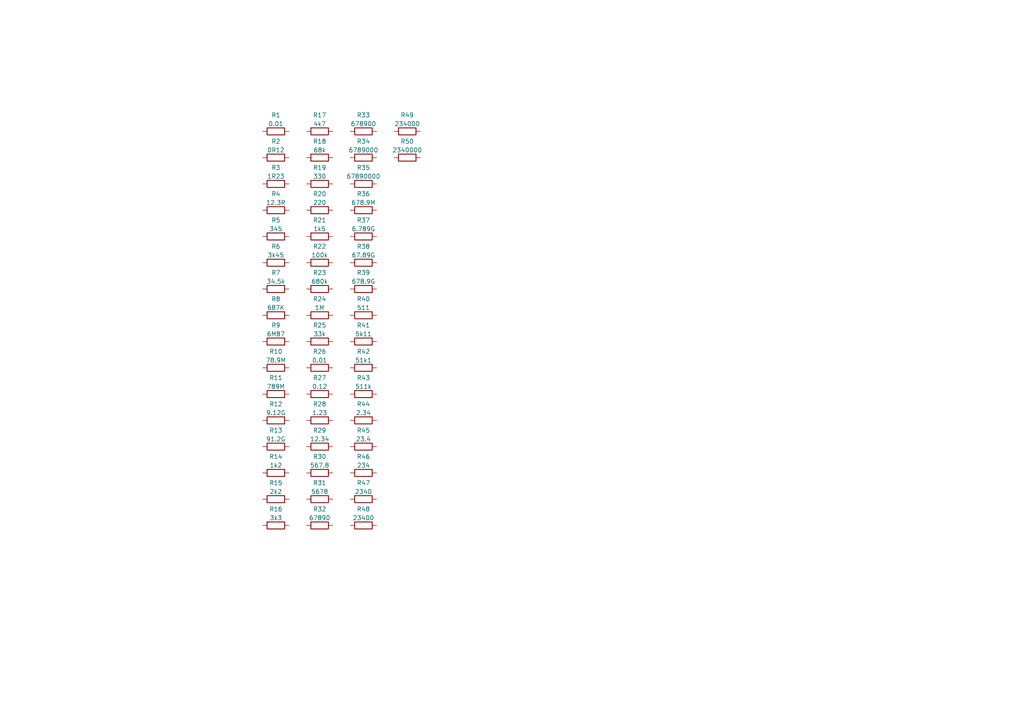
<source format=kicad_sch>
(kicad_sch (version 20211123) (generator eeschema)
  (paper "A4")
  (lib_symbols
    (symbol "Device:R" (pin_numbers hide) (pin_names (offset 0))
      (property "Reference" "R" (at 2.032 0 90))
      (property "Value" "R" (at 0 0 90))
      (symbol "R_0_1"
        (rectangle (start -1.016 -2.54) (end 1.016 2.54) (stroke (width 0.254)))
      )
      (symbol "R_1_1"
        (pin passive line (at 0 3.81 270) (length 1.27) (name "~") (number "1"))
        (pin passive line (at 0 -3.81 90) (length 1.27) (name "~") (number "2"))
      )
    )
  )
  (symbol (lib_id "Device:R") (at 80.01 144.78 90) (unit 1)
    (property "Reference" "R15" (at 80.01 140.0642 90))
    (property "Value" "2k2" (at 80.01 142.6011 90))
    (property "Footprint" "Resistor_THT:R_Axial_DIN0309_L9.0mm_D3.2mm_P2.54mm_Vertical" (effects hide))
    (property "tol" "10%" (effects hide))
  )
  (symbol (lib_id "Device:R") (at 105.41 99.06 90) (unit 1)
    (property "Reference" "R41" (at 105.41 94.3442 90))
    (property "Value" "5k11" (at 105.41 96.8811 90))
    (property "Footprint" "Resistor_THT:R_Axial_DIN0617_L17.0mm_D6.0mm_P30.48mm_Horizontal" (effects hide))
    (property "tolerance" "0.25%" (effects hide))
  )
  (symbol (lib_id "Device:R") (at 105.41 121.92 90) (unit 1)
    (property "Reference" "R44" (at 105.41 117.2042 90))
    (property "Value" "2.34" (at 105.41 119.7411 90))
    (property "Footprint" "Resistor_THT:R_Axial_DIN0918_L18.0mm_D9.0mm_P22.86mm_Horizontal" (effects hide))
    (property "tolerance" "0.1%" (effects hide))
  )
  (symbol (lib_id "Device:R") (at 92.71 99.06 90) (unit 1)
    (property "Reference" "R25" (at 92.71 94.3442 90))
    (property "Value" "33k" (at 92.71 96.8811 90))
    (property "Footprint" "Resistor_THT:R_Axial_DIN0414_L11.9mm_D4.5mm_P20.32mm_Horizontal" (effects hide))
    (property "tolerance" "2%" (effects hide))
  )
  (symbol (lib_id "Device:R") (at 105.41 144.78 90) (unit 1)
    (property "Reference" "R47" (at 105.41 140.0642 90))
    (property "Value" "2340" (at 105.41 142.6011 90))
    (property "Footprint" "Resistor_THT:R_Axial_DIN0918_L18.0mm_D9.0mm_P7.62mm_Vertical" (effects hide))
    (property "tolerance" "0.05%" (effects hide))
  )
  (symbol (lib_id "Device:R") (at 105.41 38.1 90) (unit 1)
    (property "Reference" "R33" (at 105.41 33.3842 90))
    (property "Value" "678900" (at 105.41 35.9211 90))
    (property "Footprint" "Resistor_THT:R_Axial_DIN0516_L15.5mm_D5.0mm_P7.62mm_Vertical" (effects hide))
    (property "tolerance" "1%" (effects hide))
  )
  (symbol (lib_id "Device:R") (at 92.71 91.44 90) (unit 1)
    (property "Reference" "R24" (at 92.71 86.7242 90))
    (property "Value" "1M" (at 92.71 89.2611 90))
    (property "Footprint" "Resistor_THT:R_Axial_DIN0414_L11.9mm_D4.5mm_P15.24mm_Horizontal" (effects hide))
    (property "tol" "5%" (effects hide))
  )
  (symbol (lib_id "Device:R") (at 92.71 53.34 90) (unit 1)
    (property "Reference" "R19" (at 92.71 48.6242 90))
    (property "Value" "330" (at 92.71 51.1611 90))
    (property "Footprint" "Resistor_THT:R_Axial_DIN0411_L9.9mm_D3.6mm_P15.24mm_Horizontal" (effects hide))
    (property "tol" "5%" (effects hide))
  )
  (symbol (lib_id "Device:R") (at 92.71 129.54 90) (unit 1)
    (property "Reference" "R29" (at 92.71 124.8242 90))
    (property "Value" "12.34" (at 92.71 127.3611 90))
    (property "Footprint" "Resistor_THT:R_Axial_DIN0516_L15.5mm_D5.0mm_P20.32mm_Horizontal" (effects hide))
    (property "tolerance" "2%" (effects hide))
  )
  (symbol (lib_id "Device:R") (at 92.71 144.78 90) (unit 1)
    (property "Reference" "R31" (at 92.71 140.0642 90))
    (property "Value" "5678" (at 92.71 142.6011 90))
    (property "Footprint" "Resistor_THT:R_Axial_DIN0516_L15.5mm_D5.0mm_P30.48mm_Horizontal" (effects hide))
    (property "tolerance" "1%" (effects hide))
  )
  (symbol (lib_id "Device:R") (at 92.71 137.16 90) (unit 1)
    (property "Reference" "R30" (at 92.71 132.4442 90))
    (property "Value" "567.8" (at 92.71 134.9811 90))
    (property "Footprint" "Resistor_THT:R_Axial_DIN0516_L15.5mm_D5.0mm_P25.40mm_Horizontal" (effects hide))
    (property "tolerance" "2%" (effects hide))
  )
  (symbol (lib_id "Device:R") (at 105.41 137.16 90) (unit 1)
    (property "Reference" "R46" (at 105.41 132.4442 90))
    (property "Value" "234" (at 105.41 134.9811 90))
    (property "Footprint" "Resistor_THT:R_Axial_DIN0918_L18.0mm_D9.0mm_P30.48mm_Horizontal" (effects hide))
    (property "tolerance" "0.05%" (effects hide))
  )
  (symbol (lib_id "Device:R") (at 105.41 106.68 90) (unit 1)
    (property "Reference" "R42" (at 105.41 101.9642 90))
    (property "Value" "51k1" (at 105.41 104.5011 90))
    (property "Footprint" "Resistor_THT:R_Axial_DIN0617_L17.0mm_D6.0mm_P5.08mm_Vertical" (effects hide))
    (property "tolerance" "0.1%" (effects hide))
  )
  (symbol (lib_id "Device:R") (at 92.71 45.72 90) (unit 1)
    (property "Reference" "R18" (at 92.71 41.0042 90))
    (property "Value" "68k" (at 92.71 43.5411 90))
    (property "Footprint" "Resistor_THT:R_Axial_DIN0411_L9.9mm_D3.6mm_P12.70mm_Horizontal" (effects hide))
    (property "tol" "5%" (effects hide))
  )
  (symbol (lib_id "Device:R") (at 80.01 129.54 90) (unit 1)
    (property "Reference" "R13" (at 80.01 124.8242 90))
    (property "Value" "91.2G" (at 80.01 127.3611 90))
    (property "Footprint" "Resistor_THT:R_Axial_DIN0309_L9.0mm_D3.2mm_P20.32mm_Horizontal" (effects hide))
    (property "tol" "10%" (effects hide))
  )
  (symbol (lib_id "Device:R") (at 80.01 68.58 90) (unit 1)
    (property "Reference" "R5" (at 80.01 63.8642 90))
    (property "Value" "345" (at 80.01 66.4011 90))
    (property "Footprint" "Resistor_THT:R_Axial_DIN0204_L3.6mm_D1.6mm_P7.62mm_Horizontal" (effects hide))
  )
  (symbol (lib_id "Device:R") (at 92.71 76.2 90) (unit 1)
    (property "Reference" "R22" (at 92.71 71.4842 90))
    (property "Value" "100k" (at 92.71 74.0211 90))
    (property "Footprint" "Resistor_THT:R_Axial_DIN0411_L9.9mm_D3.6mm_P5.08mm_Vertical" (effects hide))
    (property "tol" "5%" (effects hide))
  )
  (symbol (lib_id "Device:R") (at 80.01 53.34 90) (unit 1)
    (property "Reference" "R3" (at 80.01 48.6242 90))
    (property "Value" "1R23" (at 80.01 51.1611 90))
    (property "Footprint" "Resistor_THT:R_Axial_DIN0204_L3.6mm_D1.6mm_P5.08mm_Horizontal" (effects hide))
  )
  (symbol (lib_id "Device:R") (at 80.01 114.3 90) (unit 1)
    (property "Reference" "R11" (at 80.01 109.5842 90))
    (property "Value" "789M" (at 80.01 112.1211 90))
    (property "Footprint" "Resistor_THT:R_Axial_DIN0309_L9.0mm_D3.2mm_P12.70mm_Horizontal" (effects hide))
    (property "tol" "10%" (effects hide))
  )
  (symbol (lib_id "Device:R") (at 105.41 91.44 90) (unit 1)
    (property "Reference" "R40" (at 105.41 86.7242 90))
    (property "Value" "511" (at 105.41 89.2611 90))
    (property "Footprint" "Resistor_THT:R_Axial_DIN0617_L17.0mm_D6.0mm_P25.40mm_Horizontal" (effects hide))
    (property "tolerance" "0.25%" (effects hide))
  )
  (symbol (lib_id "Device:R") (at 80.01 38.1 90) (unit 1)
    (property "Reference" "R1" (at 80.01 33.3842 90))
    (property "Value" "0.01" (at 80.01 35.9211 90))
    (property "Footprint" "Resistor_THT:R_Axial_DIN0204_L3.6mm_D1.6mm_P1.90mm_Vertical" (effects hide))
  )
  (symbol (lib_id "Device:R") (at 92.71 38.1 90) (unit 1)
    (property "Reference" "R17" (at 92.71 33.3842 90))
    (property "Value" "4k7" (at 92.71 35.9211 90))
    (property "Footprint" "Resistor_THT:R_Axial_DIN0309_L9.0mm_D3.2mm_P5.08mm_Vertical" (effects hide))
    (property "tol" "5%" (effects hide))
  )
  (symbol (lib_id "Device:R") (at 105.41 45.72 90) (unit 1)
    (property "Reference" "R34" (at 105.41 41.0042 90))
    (property "Value" "6789000" (at 105.41 43.5411 90))
    (property "Footprint" "Resistor_THT:R_Axial_DIN0614_L14.3mm_D5.7mm_P15.24mm_Horizontal" (effects hide))
    (property "tolerance" "0.01%" (effects hide))
  )
  (symbol (lib_id "Device:R") (at 80.01 45.72 90) (unit 1)
    (property "Reference" "R2" (at 80.01 41.0042 90))
    (property "Value" "0R12" (at 80.01 43.5411 90))
    (property "Footprint" "Resistor_THT:R_Axial_DIN0204_L3.6mm_D1.6mm_P2.54mm_Vertical" (effects hide))
  )
  (symbol (lib_id "Device:R") (at 105.41 76.2 90) (unit 1)
    (property "Reference" "R38" (at 105.41 71.4842 90))
    (property "Value" "67.89G" (at 105.41 74.0211 90))
    (property "Footprint" "Resistor_THT:R_Axial_DIN0614_L14.3mm_D5.7mm_P7.62mm_Vertical" (effects hide))
    (property "tolerance" "0.5%" (effects hide))
  )
  (symbol (lib_id "Device:R") (at 92.71 83.82 90) (unit 1)
    (property "Reference" "R23" (at 92.71 79.1042 90))
    (property "Value" "680k" (at 92.71 81.6411 90))
    (property "Footprint" "Resistor_THT:R_Axial_DIN0411_L9.9mm_D3.6mm_P7.62mm_Vertical" (effects hide))
    (property "tol" "5%" (effects hide))
  )
  (symbol (lib_id "Device:R") (at 105.41 53.34 90) (unit 1)
    (property "Reference" "R35" (at 105.41 48.6242 90))
    (property "Value" "67890000" (at 105.41 51.1611 90))
    (property "Footprint" "Resistor_THT:R_Axial_DIN0614_L14.3mm_D5.7mm_P20.32mm_Horizontal" (effects hide))
    (property "tolerance" "0.01%" (effects hide))
  )
  (symbol (lib_id "Device:R") (at 105.41 60.96 90) (unit 1)
    (property "Reference" "R36" (at 105.41 56.2442 90))
    (property "Value" "678.9M" (at 105.41 58.7811 90))
    (property "Footprint" "Resistor_THT:R_Axial_DIN0614_L14.3mm_D5.7mm_P25.40mm_Horizontal" (effects hide))
    (property "tolerance" "0.5%" (effects hide))
  )
  (symbol (lib_id "Device:R") (at 105.41 152.4 90) (unit 1)
    (property "Reference" "R48" (at 105.41 147.6842 90))
    (property "Value" "23400" (at 105.41 150.2211 90))
    (property "Footprint" "Resistor_THT:R_Axial_DIN0922_L20.0mm_D9.0mm_P25.40mm_Horizontal" (effects hide))
    (property "tolerance" "0.02%" (effects hide))
  )
  (symbol (lib_id "Device:R") (at 92.71 121.92 90) (unit 1)
    (property "Reference" "R28" (at 92.71 117.2042 90))
    (property "Value" "1.23" (at 92.71 119.7411 90))
    (property "Footprint" "Resistor_THT:R_Axial_DIN0414_L11.9mm_D4.5mm_P7.62mm_Vertical" (effects hide))
    (property "tolerance" "2%" (effects hide))
  )
  (symbol (lib_id "Device:R") (at 105.41 68.58 90) (unit 1)
    (property "Reference" "R37" (at 105.41 63.8642 90))
    (property "Value" "6.789G" (at 105.41 66.4011 90))
    (property "Footprint" "Resistor_THT:R_Axial_DIN0614_L14.3mm_D5.7mm_P5.08mm_Vertical" (effects hide))
    (property "tolerance" "0.5%" (effects hide))
  )
  (symbol (lib_id "Device:R") (at 92.71 114.3 90) (unit 1)
    (property "Reference" "R27" (at 92.71 109.5842 90))
    (property "Value" "0.12" (at 92.71 112.1211 90))
    (property "Footprint" "Resistor_THT:R_Axial_DIN0414_L11.9mm_D4.5mm_P5.08mm_Vertical" (effects hide))
    (property "tolerance" "2%" (effects hide))
  )
  (symbol (lib_id "Device:R") (at 92.71 60.96 90) (unit 1)
    (property "Reference" "R20" (at 92.71 56.2442 90))
    (property "Value" "220" (at 92.71 58.7811 90))
    (property "Footprint" "Resistor_THT:R_Axial_DIN0411_L9.9mm_D3.6mm_P20.32mm_Horizontal" (effects hide))
    (property "tol" "5%" (effects hide))
  )
  (symbol (lib_id "Device:R") (at 92.71 152.4 90) (unit 1)
    (property "Reference" "R32" (at 92.71 147.6842 90))
    (property "Value" "67890" (at 92.71 150.2211 90))
    (property "Footprint" "Resistor_THT:R_Axial_DIN0516_L15.5mm_D5.0mm_P5.08mm_Vertical" (effects hide))
    (property "tolerance" "1%" (effects hide))
  )
  (symbol (lib_id "Device:R") (at 80.01 121.92 90) (unit 1)
    (property "Reference" "R12" (at 80.01 117.2042 90))
    (property "Value" "9.12G" (at 80.01 119.7411 90))
    (property "Footprint" "Resistor_THT:R_Axial_DIN0309_L9.0mm_D3.2mm_P15.24mm_Horizontal" (effects hide))
    (property "tol" "10%" (effects hide))
  )
  (symbol (lib_id "Device:R") (at 80.01 91.44 90) (unit 1)
    (property "Reference" "R8" (at 80.01 86.7242 90))
    (property "Value" "687K" (at 80.01 89.2611 90))
    (property "Footprint" "Resistor_THT:R_Axial_DIN0207_L6.3mm_D2.5mm_P2.54mm_Vertical" (effects hide))
  )
  (symbol (lib_id "Device:R") (at 92.71 106.68 90) (unit 1)
    (property "Reference" "R26" (at 92.71 101.9642 90))
    (property "Value" "0.01" (at 92.71 104.5011 90))
    (property "Footprint" "Resistor_THT:R_Axial_DIN0414_L11.9mm_D4.5mm_P25.40mm_Horizontal" (effects hide))
  )
  (symbol (lib_id "Device:R") (at 105.41 114.3 90) (unit 1)
    (property "Reference" "R43" (at 105.41 109.5842 90))
    (property "Value" "511k" (at 105.41 112.1211 90))
    (property "Footprint" "Resistor_THT:R_Axial_DIN0617_L17.0mm_D6.0mm_P7.62mm_Vertical" (effects hide))
    (property "tolerance" "0.1%" (effects hide))
  )
  (symbol (lib_id "Device:R") (at 80.01 83.82 90) (unit 1)
    (property "Reference" "R7" (at 80.01 79.1042 90))
    (property "Value" "34.5k" (at 80.01 81.6411 90))
    (property "Footprint" "Resistor_THT:R_Axial_DIN0207_L6.3mm_D2.5mm_P15.24mm_Horizontal" (effects hide))
  )
  (symbol (lib_id "Device:R") (at 118.11 38.1 90) (unit 1)
    (property "Reference" "R49" (at 118.11 33.3842 90))
    (property "Value" "234000" (at 118.11 35.9211 90))
    (property "Footprint" "Resistor_THT:R_Axial_DIN0922_L20.0mm_D9.0mm_P30.48mm_Horizontal" (effects hide))
    (property "tolerance" "0.02%" (effects hide))
  )
  (symbol (lib_id "Device:R") (at 80.01 60.96 90) (unit 1)
    (property "Reference" "R4" (at 80.01 56.2442 90))
    (property "Value" "12.3R" (at 80.01 58.7811 90))
    (property "Footprint" "Resistor_THT:R_Axial_DIN0204_L3.6mm_D1.6mm_P5.08mm_Vertical" (effects hide))
  )
  (symbol (lib_id "Device:R") (at 105.41 129.54 90) (unit 1)
    (property "Reference" "R45" (at 105.41 124.8242 90))
    (property "Value" "23.4" (at 105.41 127.3611 90))
    (property "Footprint" "Resistor_THT:R_Axial_DIN0918_L18.0mm_D9.0mm_P25.40mm_Horizontal" (effects hide))
    (property "tolerance" "0.05%" (effects hide))
  )
  (symbol (lib_id "Device:R") (at 80.01 152.4 90) (unit 1)
    (property "Reference" "R16" (at 80.01 147.6842 90))
    (property "Value" "3k3" (at 80.01 150.2211 90))
    (property "Footprint" "Resistor_THT:R_Axial_DIN0309_L9.0mm_D3.2mm_P5.08mm_Horizontal" (effects hide))
    (property "tol" "10%" (effects hide))
  )
  (symbol (lib_id "Device:R") (at 80.01 106.68 90) (unit 1)
    (property "Reference" "R10" (at 80.01 101.9642 90))
    (property "Value" "78.9M" (at 80.01 104.5011 90))
    (property "Footprint" "Resistor_THT:R_Axial_DIN0207_L6.3mm_D2.5mm_P7.62mm_Horizontal" (effects hide))
    (property "tol" "10%" (effects hide))
  )
  (symbol (lib_id "Device:R") (at 80.01 99.06 90) (unit 1)
    (property "Reference" "R9" (at 80.01 94.3442 90))
    (property "Value" "6M87" (at 80.01 96.8811 90))
    (property "Footprint" "Resistor_THT:R_Axial_DIN0207_L6.3mm_D2.5mm_P5.08mm_Vertical" (effects hide))
    (property "tol" "10%" (effects hide))
  )
  (symbol (lib_id "Device:R") (at 80.01 137.16 90) (unit 1)
    (property "Reference" "R14" (at 80.01 132.4442 90))
    (property "Value" "1k2" (at 80.01 134.9811 90))
    (property "Footprint" "Resistor_THT:R_Axial_DIN0309_L9.0mm_D3.2mm_P25.40mm_Horizontal" (effects hide))
    (property "tol" "10%" (effects hide))
  )
  (symbol (lib_id "Device:R") (at 118.11 45.72 90) (unit 1)
    (property "Reference" "R50" (at 118.11 41.0042 90))
    (property "Value" "2340000" (at 118.11 43.5411 90))
    (property "Footprint" "Resistor_THT:R_Axial_DIN0922_L20.0mm_D9.0mm_P7.62mm_Vertical" (effects hide))
    (property "tolerance" "0.02%" (effects hide))
  )
  (symbol (lib_id "Device:R") (at 105.41 83.82 90) (unit 1)
    (property "Reference" "R39" (at 105.41 79.1042 90))
    (property "Value" "678.9G" (at 105.41 81.6411 90))
    (property "Footprint" "Resistor_THT:R_Axial_DIN0617_L17.0mm_D6.0mm_P20.32mm_Horizontal" (effects hide))
    (property "tolerance" "0.25%" (effects hide))
  )
  (symbol (lib_id "Device:R") (at 92.71 68.58 90) (unit 1)
    (property "Reference" "R21" (at 92.71 63.8642 90))
    (property "Value" "1k5" (at 92.71 66.4011 90))
    (property "Footprint" "Resistor_THT:R_Axial_DIN0411_L9.9mm_D3.6mm_P25.40mm_Horizontal" (effects hide))
    (property "tol" "5%" (effects hide))
  )
  (symbol (lib_id "Device:R") (at 80.01 76.2 90) (unit 1)
    (property "Reference" "R6" (at 80.01 71.4842 90))
    (property "Value" "3k45" (at 80.01 74.0211 90))
    (property "Footprint" "Resistor_THT:R_Axial_DIN0207_L6.3mm_D2.5mm_P10.16mm_Horizontal" (effects hide))
  )
)
</source>
